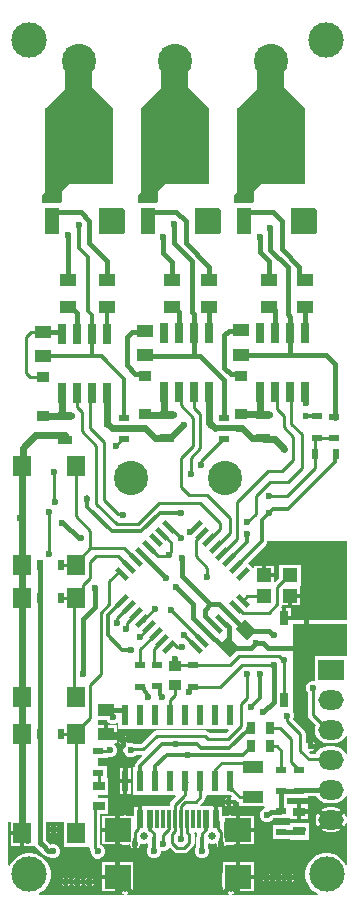
<source format=gtl>
G04*
G04 #@! TF.GenerationSoftware,Altium Limited,Altium Designer,21.3.2 (30)*
G04*
G04 Layer_Physical_Order=1*
G04 Layer_Color=255*
%FSTAX24Y24*%
%MOIN*%
G70*
G04*
G04 #@! TF.SameCoordinates,BF0EC633-498B-4F46-9C25-626D02BDF3A5*
G04*
G04*
G04 #@! TF.FilePolarity,Positive*
G04*
G01*
G75*
%ADD11C,0.0100*%
%ADD12C,0.0394*%
%ADD18C,0.0118*%
%ADD22R,0.0591X0.0709*%
%ADD23R,0.0354X0.0236*%
%ADD24R,0.0236X0.0354*%
%ADD25R,0.0709X0.0394*%
%ADD26R,0.0315X0.0472*%
%ADD27R,0.0315X0.0394*%
%ADD28R,0.0394X0.0354*%
%ADD29R,0.0394X0.0315*%
G04:AMPARAMS|DCode=30|XSize=51.2mil|YSize=15.7mil|CornerRadius=0mil|HoleSize=0mil|Usage=FLASHONLY|Rotation=135.000|XOffset=0mil|YOffset=0mil|HoleType=Round|Shape=Rectangle|*
%AMROTATEDRECTD30*
4,1,4,0.0237,-0.0125,0.0125,-0.0237,-0.0237,0.0125,-0.0125,0.0237,0.0237,-0.0125,0.0*
%
%ADD30ROTATEDRECTD30*%

%ADD31R,0.0551X0.0433*%
%ADD32R,0.0236X0.0701*%
%ADD33R,0.0492X0.0453*%
G04:AMPARAMS|DCode=34|XSize=51.2mil|YSize=15.7mil|CornerRadius=0mil|HoleSize=0mil|Usage=FLASHONLY|Rotation=225.000|XOffset=0mil|YOffset=0mil|HoleType=Round|Shape=Rectangle|*
%AMROTATEDRECTD34*
4,1,4,0.0125,0.0237,0.0237,0.0125,-0.0125,-0.0237,-0.0237,-0.0125,0.0125,0.0237,0.0*
%
%ADD34ROTATEDRECTD34*%

%ADD35R,0.0472X0.0300*%
%ADD36R,0.0550X0.0394*%
%ADD37R,0.0283X0.0701*%
%ADD38R,0.0118X0.0591*%
%ADD39R,0.0236X0.0591*%
%ADD40R,0.0858X0.0787*%
%ADD41R,0.0472X0.0866*%
%ADD42R,0.2283X0.2520*%
%ADD43R,0.0402X0.0346*%
G04:AMPARAMS|DCode=44|XSize=43.3mil|YSize=55.1mil|CornerRadius=0mil|HoleSize=0mil|Usage=FLASHONLY|Rotation=45.000|XOffset=0mil|YOffset=0mil|HoleType=Round|Shape=Rectangle|*
%AMROTATEDRECTD44*
4,1,4,0.0042,-0.0348,-0.0348,0.0042,-0.0042,0.0348,0.0348,-0.0042,0.0042,-0.0348,0.0*
%
%ADD44ROTATEDRECTD44*%

%ADD45C,0.0236*%
%ADD46C,0.0787*%
%ADD77C,0.0157*%
%ADD78C,0.0110*%
%ADD79C,0.0197*%
%ADD80C,0.0138*%
%ADD81C,0.0150*%
%ADD82C,0.0150*%
%ADD83C,0.1181*%
%ADD84O,0.0850X0.0650*%
%ADD85R,0.0850X0.0650*%
%ADD86C,0.1142*%
%ADD87C,0.0256*%
%ADD88O,0.0394X0.0787*%
%ADD89O,0.0413X0.0827*%
%ADD90C,0.0236*%
G36*
X047545Y02629D02*
X045686D01*
Y026309D01*
X04545D01*
Y026378D01*
X045381D01*
Y026693D01*
X045372D01*
X045345Y026743D01*
X045358Y026763D01*
X045366Y0268D01*
X045564D01*
Y027106D01*
X045633D01*
Y027174D01*
X045958D01*
Y027411D01*
X045984Y02745D01*
X045997D01*
Y028139D01*
X045269D01*
Y027692D01*
X045201Y027624D01*
X045196Y027621D01*
X045142Y027567D01*
X045092Y027587D01*
Y027726D01*
X044767D01*
Y027794D01*
X044698D01*
Y0281D01*
X044442D01*
Y028052D01*
X044396Y028033D01*
X044224Y028205D01*
X044828Y028809D01*
X044867Y028867D01*
X044881Y028936D01*
Y02895D01*
X047545D01*
X047545Y02629D01*
D02*
G37*
G36*
X039542Y022953D02*
X039609Y022887D01*
X039696Y022851D01*
X03979D01*
X039864Y022882D01*
X039914Y022859D01*
Y022682D01*
X040386D01*
Y022681D01*
X040414D01*
Y022682D01*
X040886D01*
Y022681D01*
X040914D01*
Y022682D01*
X041386D01*
Y022681D01*
X041414D01*
Y022682D01*
X041886D01*
Y022681D01*
X041914Y022681D01*
Y022682D01*
X042386D01*
Y022681D01*
X042414Y022681D01*
Y022682D01*
X042886D01*
Y022681D01*
X042914D01*
Y022682D01*
X043386D01*
Y022681D01*
X043414D01*
Y022682D01*
X04358D01*
X043599Y022635D01*
X04349Y022527D01*
X042963D01*
X042914Y022576D01*
X042856Y022615D01*
X042789Y022628D01*
X042789Y022628D01*
X041201D01*
X041134Y022615D01*
X041076Y022576D01*
X040671Y022171D01*
X040453D01*
X040367Y022206D01*
X040273D01*
X040233Y02219D01*
X040205Y022228D01*
X040204Y022232D01*
X040208Y022241D01*
X039932D01*
X039936Y022231D01*
X039981Y022186D01*
X040039Y022163D01*
X040101D01*
X040112Y022167D01*
X040141Y022125D01*
X04012Y022104D01*
X040084Y022017D01*
Y021923D01*
X04012Y021836D01*
X040186Y02177D01*
X040273Y021734D01*
X040367D01*
X040454Y02177D01*
X040502Y021817D01*
X040691D01*
X040712Y021767D01*
X040521Y021577D01*
X040482Y021518D01*
X040469Y021449D01*
Y021418D01*
X040414D01*
Y020482D01*
X040886D01*
Y020481D01*
X040914D01*
Y020482D01*
X041364D01*
X0414Y020482D01*
X041436Y020482D01*
X041816D01*
X041836Y020431D01*
X04168Y020276D01*
X041643Y02022D01*
X04163Y020154D01*
Y020097D01*
X040719D01*
Y020057D01*
X040709D01*
Y019683D01*
X040571D01*
Y020057D01*
X040443D01*
Y019776D01*
X040396Y019769D01*
Y019769D01*
X040254D01*
X040224Y019782D01*
X040149Y019791D01*
X040075Y019782D01*
X040045Y019769D01*
X039957D01*
Y019297D01*
Y018824D01*
X040045D01*
X040075Y018812D01*
X040149Y018802D01*
X040224Y018812D01*
X040254Y018824D01*
X040313D01*
Y018809D01*
X040336Y018751D01*
X040381Y018706D01*
X040391Y018702D01*
Y01884D01*
X040549D01*
Y018702D01*
X040559Y018706D01*
X040604Y018751D01*
X040627Y018809D01*
Y018835D01*
X040677Y018869D01*
X040713Y018854D01*
X040811D01*
X040859Y018874D01*
X040909Y01884D01*
Y018743D01*
X0409Y018734D01*
X040864Y018647D01*
Y018553D01*
X0409Y018466D01*
X040966Y0184D01*
X041053Y018364D01*
X041147D01*
X041234Y0184D01*
X0413Y018466D01*
X041336Y018553D01*
Y018603D01*
X041353Y018614D01*
X041447D01*
X041534Y01865D01*
X0416Y018716D01*
X041631Y018722D01*
X04176Y018593D01*
X041816Y018555D01*
X041881Y018542D01*
X042119D01*
X042184Y018555D01*
X04224Y018593D01*
X042407Y01876D01*
X042445Y018816D01*
X042458Y018881D01*
Y019147D01*
X042449Y019189D01*
X042478Y019236D01*
X042486Y019241D01*
X042487Y019241D01*
X042525Y019199D01*
X042523Y019194D01*
X042523Y019194D01*
Y019121D01*
X042509Y01905D01*
Y018743D01*
X0425Y018734D01*
X042464Y018647D01*
Y018553D01*
X0425Y018466D01*
X042566Y0184D01*
X042653Y018364D01*
X042747D01*
X042834Y0184D01*
X0429Y018466D01*
X042936Y018553D01*
Y018647D01*
X0429Y018734D01*
X042891Y018743D01*
Y01884D01*
X042941Y018874D01*
X042989Y018854D01*
X043087D01*
X043143Y018877D01*
X04319Y018843D01*
Y018809D01*
X043214Y018751D01*
X043259Y018706D01*
X043269Y018702D01*
Y01884D01*
X043427D01*
Y018702D01*
X043437Y018706D01*
X043481Y018751D01*
X043505Y018809D01*
X043555Y018821D01*
X043576Y018812D01*
X043651Y018802D01*
X043725Y018812D01*
X043755Y018824D01*
X043843D01*
Y019297D01*
Y019769D01*
X043755D01*
X043725Y019782D01*
X043651Y019791D01*
X043576Y019782D01*
X043546Y019769D01*
X043404D01*
Y019769D01*
X043357Y019776D01*
Y020057D01*
X043229D01*
Y019683D01*
X043091D01*
Y020057D01*
X043081D01*
Y020097D01*
X04266D01*
X042639Y020147D01*
X042771Y020279D01*
X042808Y020334D01*
X042821Y0204D01*
Y020446D01*
X042857Y020482D01*
X0429Y020482D01*
X042936Y020482D01*
X043364D01*
X043386Y020482D01*
Y020481D01*
X043414Y020482D01*
Y020482D01*
X043635D01*
X043637Y020481D01*
X043691Y020427D01*
X043679Y020408D01*
Y020319D01*
X043768D01*
X043787Y020331D01*
X043835Y020283D01*
X043835Y020283D01*
X043892Y020245D01*
X043928Y020238D01*
Y020093D01*
X044776D01*
X044816Y020045D01*
X044813Y020036D01*
X044726Y02D01*
X04466Y019934D01*
X044624Y019847D01*
Y019753D01*
X04466Y019666D01*
X044726Y0196D01*
X044813Y019564D01*
X044907D01*
X044994Y0196D01*
X04506Y019666D01*
X045078Y01971D01*
X045311D01*
X04533Y019714D01*
X045637Y019714D01*
X045674Y019684D01*
X045683Y019684D01*
X045881D01*
Y01992D01*
Y020156D01*
X045683Y020156D01*
X045645Y020186D01*
X045637Y020186D01*
X045551D01*
Y020364D01*
X045645D01*
Y020364D01*
X045655D01*
Y020364D01*
X046245D01*
Y020424D01*
X046515D01*
X046584Y020334D01*
X046677Y020263D01*
X046784Y020218D01*
X0469Y020203D01*
X0471D01*
X047216Y020218D01*
X047323Y020263D01*
X047416Y020334D01*
X047487Y020427D01*
X047495Y020446D01*
X047545Y020436D01*
Y019747D01*
X047495Y019743D01*
X047493Y019755D01*
X047453Y019854D01*
X047436Y019875D01*
X047211Y01965D01*
X047436Y019425D01*
X047453Y019446D01*
X047493Y019545D01*
X047495Y019557D01*
X047545Y019553D01*
X047545Y018146D01*
X047495Y018136D01*
X047484Y018164D01*
X047406Y01828D01*
X047307Y018378D01*
X047191Y018456D01*
X047062Y018509D01*
X046925Y018537D01*
X046786D01*
X046649Y018509D01*
X04652Y018456D01*
X046404Y018378D01*
X046305Y01828D01*
X046227Y018164D01*
X046174Y018035D01*
X046147Y017898D01*
Y017758D01*
X046174Y017621D01*
X046227Y017492D01*
X046305Y017376D01*
X046404Y017277D01*
X04652Y0172D01*
X046561Y017183D01*
X046551Y017133D01*
X043714D01*
X043711Y017183D01*
X043733Y017186D01*
X043793Y017211D01*
X043661Y017343D01*
X043528Y017211D01*
X043589Y017186D01*
X04361Y017183D01*
X043607Y017133D01*
X040193Y017133D01*
X04019Y017183D01*
X040211Y017186D01*
X040272Y017211D01*
X040139Y017343D01*
X040007Y017211D01*
X040067Y017186D01*
X040089Y017183D01*
X040086Y017133D01*
X037265D01*
X037255Y017183D01*
X037283Y017194D01*
X037399Y017272D01*
X037497Y017371D01*
X037575Y017487D01*
X037628Y017616D01*
X037656Y017753D01*
Y017892D01*
X037628Y018029D01*
X037575Y018158D01*
X037497Y018274D01*
X037399Y018373D01*
X037283Y01845D01*
X037154Y018504D01*
X037017Y018531D01*
X036877D01*
X03674Y018504D01*
X036611Y01845D01*
X036495Y018373D01*
X036396Y018274D01*
X036319Y018158D01*
X036302Y018117D01*
X036252Y018127D01*
X036252Y019579D01*
X036326D01*
Y019269D01*
X0367D01*
Y0192D01*
X036769D01*
Y018767D01*
X037074D01*
Y018769D01*
X037124Y018784D01*
X037153Y01874D01*
X037245Y018648D01*
X03725Y018645D01*
X037422Y018473D01*
X037487Y01843D01*
X037564Y018414D01*
X037582D01*
X037596Y0184D01*
X037683Y018364D01*
X037777D01*
X037864Y0184D01*
X03793Y018466D01*
X037966Y018553D01*
Y018647D01*
X03793Y018734D01*
X037864Y0188D01*
X037777Y018836D01*
X037683D01*
X037643Y01882D01*
X037531Y018932D01*
X037527Y018935D01*
X037496Y018965D01*
Y019579D01*
X038087D01*
Y018728D01*
X038913D01*
Y018728D01*
X038959Y018717D01*
X038972Y018651D01*
X038994Y018618D01*
Y018543D01*
X03903Y018456D01*
X039096Y01839D01*
X039183Y018354D01*
X039277D01*
X039364Y01839D01*
X03943Y018456D01*
X039466Y018543D01*
Y018637D01*
X03943Y018724D01*
X039379Y018775D01*
X0394Y018824D01*
X039819D01*
Y019228D01*
X03938D01*
Y018839D01*
X039342Y018809D01*
X039301Y018826D01*
Y019822D01*
X039574D01*
Y020373D01*
X039249D01*
Y020482D01*
X039574D01*
Y021033D01*
X039544D01*
Y021448D01*
X039249D01*
Y02169D01*
X039544D01*
Y021699D01*
X039586Y021727D01*
X039593Y021724D01*
X039687D01*
X039774Y02176D01*
X03984Y021826D01*
X039876Y021913D01*
Y022007D01*
X03984Y022094D01*
X039783Y022151D01*
X039794Y022194D01*
X039798Y022201D01*
X039854D01*
Y022427D01*
X0395D01*
Y022496D01*
X039431D01*
Y022792D01*
X039249D01*
Y022969D01*
X039536D01*
X039542Y022953D01*
D02*
G37*
G36*
X047545Y025142D02*
X047543Y025093D01*
X046457D01*
Y024285D01*
X046453Y024282D01*
X046359D01*
X046272Y024246D01*
X046206Y024179D01*
X04617Y024093D01*
Y023999D01*
X046206Y023912D01*
X046225Y023892D01*
Y023148D01*
X046225Y023148D01*
X046239Y023081D01*
X046277Y023023D01*
X046488Y022813D01*
X046468Y022766D01*
X046453Y02265D01*
X046468Y022534D01*
X046513Y022427D01*
X046584Y022334D01*
X046677Y022263D01*
X046784Y022218D01*
X0469Y022203D01*
X0471D01*
X047216Y022218D01*
X047323Y022263D01*
X047416Y022334D01*
X047487Y022427D01*
X047495Y022446D01*
X047545Y022436D01*
X047545Y021864D01*
X047495Y021854D01*
X047487Y021873D01*
X047416Y021966D01*
X047323Y022037D01*
X047216Y022082D01*
X0471Y022097D01*
X0469D01*
X046784Y022082D01*
X046677Y022037D01*
X046584Y021966D01*
X046513Y021873D01*
X046504Y021852D01*
X046327D01*
X046283Y021896D01*
X04629Y021916D01*
X046308Y021943D01*
X046361D01*
X046419Y021966D01*
X046463Y022011D01*
X046468Y022021D01*
X04633D01*
Y0221D01*
X046251D01*
Y022238D01*
X046241Y022234D01*
X046207Y022199D01*
X046159Y022213D01*
X046157Y022215D01*
Y0225D01*
X046157Y0225D01*
X046143Y022568D01*
X046105Y022625D01*
X046105Y022625D01*
X045751Y022979D01*
X045786Y023063D01*
Y023157D01*
X04575Y023244D01*
X045726Y023268D01*
Y023545D01*
X045732D01*
Y026166D01*
X047545D01*
X047545Y025142D01*
D02*
G37*
G36*
X039261Y040043D02*
X040057D01*
X040136Y039964D01*
Y039236D01*
X040077Y039177D01*
X039261Y039177D01*
Y040043D01*
D02*
G37*
G36*
X042461D02*
X043257D01*
X043336Y039964D01*
Y039236D01*
X043277Y039177D01*
X042461Y039177D01*
Y040043D01*
D02*
G37*
G36*
X045661D02*
X046457D01*
X046536Y039964D01*
Y039236D01*
X046477Y039177D01*
X045661Y039177D01*
Y040043D01*
D02*
G37*
G36*
X03873Y04495D02*
X03903Y04465D01*
Y04406D01*
X03974Y04335D01*
X037458D01*
X038129Y044021D01*
Y044627D01*
X038452Y04495D01*
X03873Y04495D01*
D02*
G37*
G36*
X045139Y04495D02*
X045439Y04465D01*
Y04406D01*
X046148Y04335D01*
X04577Y04297D01*
X04425D01*
X04387Y04335D01*
X043867D01*
X044538Y044021D01*
Y044627D01*
X044861Y04495D01*
X045139Y04495D01*
D02*
G37*
G36*
X041939D02*
X042239Y04465D01*
Y04406D01*
X042948Y04335D01*
X04251Y04291D01*
X04112D01*
X040673Y043357D01*
X041338Y044021D01*
Y044627D01*
X041661Y04495D01*
X041939Y04495D01*
D02*
G37*
G36*
X045Y041174D02*
X04444Y040613D01*
Y04027D01*
X04437Y0402D01*
X04381D01*
X04377Y04024D01*
Y04048D01*
X043858Y040568D01*
Y041525D01*
X044424Y042091D01*
X045D01*
Y041174D01*
D02*
G37*
G36*
X0418D02*
X04124Y040613D01*
Y04027D01*
X04117Y0402D01*
X04061D01*
X04057Y04024D01*
Y04048D01*
X040658Y040568D01*
Y041525D01*
X041224Y042091D01*
X0418D01*
Y041174D01*
D02*
G37*
G36*
X0386D02*
X03804Y040613D01*
Y04027D01*
X03797Y0402D01*
X03741D01*
X03737Y04024D01*
Y04048D01*
X037458Y040568D01*
Y041525D01*
X038024Y042091D01*
X0386D01*
Y041174D01*
D02*
G37*
%LPC*%
G36*
X045092Y0281D02*
X044836D01*
Y027863D01*
X045092D01*
Y0281D01*
D02*
G37*
G36*
X045958Y027037D02*
X045702D01*
Y0268D01*
X045958D01*
Y027037D01*
D02*
G37*
G36*
X045686Y026693D02*
X045519D01*
Y026447D01*
X045686D01*
Y026693D01*
D02*
G37*
G36*
X039854Y022792D02*
X039569D01*
Y022565D01*
X039854D01*
Y022792D01*
D02*
G37*
G36*
X040149Y022458D02*
Y022399D01*
X040208D01*
X040204Y022409D01*
X040159Y022454D01*
X040149Y022458D01*
D02*
G37*
G36*
X039991D02*
X039981Y022454D01*
X039936Y022409D01*
X039932Y022399D01*
X039991D01*
Y022458D01*
D02*
G37*
G36*
X040347Y021379D02*
X040219D01*
Y021019D01*
X040347D01*
Y021379D01*
D02*
G37*
G36*
X040081D02*
X039953D01*
Y021019D01*
X040081D01*
Y021379D01*
D02*
G37*
G36*
X040347Y020881D02*
X040219D01*
Y020521D01*
X040347D01*
Y020881D01*
D02*
G37*
G36*
X040081D02*
X039953D01*
Y020521D01*
X040081D01*
Y020881D01*
D02*
G37*
G36*
X043521Y020378D02*
X043511Y020374D01*
X043467Y020329D01*
X043462Y020319D01*
X043521D01*
Y020378D01*
D02*
G37*
G36*
X043738Y020161D02*
X043679D01*
Y020102D01*
X043689Y020106D01*
X043734Y020151D01*
X043738Y020161D01*
D02*
G37*
G36*
X043521D02*
X043462D01*
X043467Y020151D01*
X043511Y020106D01*
X043521Y020102D01*
Y020161D01*
D02*
G37*
G36*
X046019Y020156D02*
Y019989D01*
X046226D01*
Y020156D01*
X046019D01*
D02*
G37*
G36*
X046226Y019851D02*
X046019D01*
Y019684D01*
X046226D01*
Y019851D01*
D02*
G37*
G36*
X046068Y019539D02*
X046049Y019536D01*
X045635D01*
Y019471D01*
X045468D01*
X045448Y019475D01*
X045429Y019471D01*
X045055D01*
Y018999D01*
X045635D01*
Y018984D01*
X046265D01*
Y019319D01*
X046269Y019339D01*
X046265Y019358D01*
Y019536D01*
X046088D01*
X046068Y019539D01*
D02*
G37*
G36*
X046564Y019875D02*
X046547Y019854D01*
X046507Y019755D01*
X046493Y01965D01*
X046507Y019545D01*
X046547Y019446D01*
X046564Y019425D01*
X046789Y01965D01*
X046564Y019875D01*
D02*
G37*
G36*
X037839Y019468D02*
Y019409D01*
X037898D01*
X037894Y019419D01*
X037849Y019464D01*
X037839Y019468D01*
D02*
G37*
G36*
X037681D02*
X037671Y019464D01*
X037626Y019419D01*
X037622Y019409D01*
X037681D01*
Y019468D01*
D02*
G37*
G36*
X04442Y019769D02*
X043981D01*
Y019366D01*
X04442D01*
Y019769D01*
D02*
G37*
G36*
X039819D02*
X03938D01*
Y019366D01*
X039819D01*
Y019769D01*
D02*
G37*
G36*
X0471Y020057D02*
X0469D01*
X046795Y020043D01*
X046696Y020003D01*
X046675Y019986D01*
X046956Y019706D01*
X0469Y01965D01*
X046956Y019594D01*
X046675Y019314D01*
X046696Y019297D01*
X046795Y019257D01*
X0469Y019243D01*
X0471D01*
X047205Y019257D01*
X047304Y019297D01*
X047325Y019314D01*
X047044Y019594D01*
X0471Y01965D01*
X047044Y019706D01*
X047325Y019986D01*
X047304Y020003D01*
X047205Y020043D01*
X0471Y020057D01*
D02*
G37*
G36*
X037898Y019251D02*
X037839D01*
Y019192D01*
X037849Y019196D01*
X037894Y019241D01*
X037898Y019251D01*
D02*
G37*
G36*
X037681D02*
X037622D01*
X037626Y019241D01*
X037671Y019196D01*
X037681Y019192D01*
Y019251D01*
D02*
G37*
G36*
X04442Y019228D02*
X043981D01*
Y018824D01*
X04442D01*
Y019228D01*
D02*
G37*
G36*
X036631Y019131D02*
X036326D01*
Y018767D01*
X036631D01*
Y019131D01*
D02*
G37*
G36*
X04442Y018222D02*
X043981D01*
Y017818D01*
X04442D01*
Y018222D01*
D02*
G37*
G36*
X039819D02*
X03938D01*
Y017818D01*
X039819D01*
Y018222D01*
D02*
G37*
G36*
X045329Y017868D02*
Y017809D01*
X045388D01*
X045384Y017819D01*
X045339Y017864D01*
X045329Y017868D01*
D02*
G37*
G36*
X045171D02*
X045161Y017864D01*
X045117Y017819D01*
X045112Y017809D01*
X045171D01*
Y017868D01*
D02*
G37*
G36*
X044929D02*
Y017809D01*
X044988D01*
X044984Y017819D01*
X044939Y017864D01*
X044929Y017868D01*
D02*
G37*
G36*
X044771D02*
X044761Y017864D01*
X044717Y017819D01*
X044712Y017809D01*
X044771D01*
Y017868D01*
D02*
G37*
G36*
X045709Y017858D02*
Y017799D01*
X045768D01*
X045764Y017809D01*
X045719Y017854D01*
X045709Y017858D01*
D02*
G37*
G36*
X045551D02*
X045541Y017854D01*
X045497Y017809D01*
X045492Y017799D01*
X045551D01*
Y017858D01*
D02*
G37*
G36*
X038249Y01772D02*
Y017661D01*
X038308D01*
X038304Y017672D01*
X038259Y017716D01*
X038249Y01772D01*
D02*
G37*
G36*
X038091D02*
X038081Y017716D01*
X038036Y017672D01*
X038032Y017661D01*
X038091D01*
Y01772D01*
D02*
G37*
G36*
X039029Y01771D02*
Y017651D01*
X039088D01*
X039084Y017662D01*
X039039Y017706D01*
X039029Y01771D01*
D02*
G37*
G36*
X038871D02*
X038861Y017706D01*
X038816Y017662D01*
X038812Y017651D01*
X038871D01*
Y01771D01*
D02*
G37*
G36*
X038629D02*
Y017651D01*
X038688D01*
X038684Y017662D01*
X038639Y017706D01*
X038629Y01771D01*
D02*
G37*
G36*
X038471D02*
X038461Y017706D01*
X038416Y017662D01*
X038412Y017651D01*
X038471D01*
Y01771D01*
D02*
G37*
G36*
X045388Y017651D02*
X045329D01*
Y017592D01*
X045339Y017596D01*
X045384Y017641D01*
X045388Y017651D01*
D02*
G37*
G36*
X045171D02*
X045112D01*
X045117Y017641D01*
X045161Y017596D01*
X045171Y017592D01*
Y017651D01*
D02*
G37*
G36*
X044988D02*
X044929D01*
Y017592D01*
X044939Y017596D01*
X044984Y017641D01*
X044988Y017651D01*
D02*
G37*
G36*
X044771D02*
X044712D01*
X044717Y017641D01*
X044761Y017596D01*
X044771Y017592D01*
Y017651D01*
D02*
G37*
G36*
X045768Y017641D02*
X045709D01*
Y017582D01*
X045719Y017586D01*
X045764Y017631D01*
X045768Y017641D01*
D02*
G37*
G36*
X045551D02*
X045492D01*
X045497Y017631D01*
X045541Y017586D01*
X045551Y017582D01*
Y017641D01*
D02*
G37*
G36*
X038308Y017504D02*
X038249D01*
Y017445D01*
X038259Y017449D01*
X038304Y017493D01*
X038308Y017504D01*
D02*
G37*
G36*
X038091D02*
X038032D01*
X038036Y017493D01*
X038081Y017449D01*
X038091Y017445D01*
Y017504D01*
D02*
G37*
G36*
X039088Y017494D02*
X039029D01*
Y017435D01*
X039039Y017439D01*
X039084Y017483D01*
X039088Y017494D01*
D02*
G37*
G36*
X038871D02*
X038812D01*
X038816Y017483D01*
X038861Y017439D01*
X038871Y017435D01*
Y017494D01*
D02*
G37*
G36*
X038688D02*
X038629D01*
Y017435D01*
X038639Y017439D01*
X038684Y017483D01*
X038688Y017494D01*
D02*
G37*
G36*
X038471D02*
X038412D01*
X038416Y017483D01*
X038461Y017439D01*
X038471Y017435D01*
Y017494D01*
D02*
G37*
G36*
X043843Y018222D02*
X043404D01*
Y017948D01*
X043392Y01792D01*
X043383Y017848D01*
Y017454D01*
X043392Y017382D01*
X043404Y017354D01*
Y017309D01*
X043605Y01751D01*
X043661Y017454D01*
X043716Y01751D01*
X043843Y017383D01*
Y01775D01*
Y018222D01*
D02*
G37*
G36*
X040396D02*
X039957D01*
Y01775D01*
Y017383D01*
X040084Y01751D01*
X040139Y017454D01*
X040195Y01751D01*
X040396Y017309D01*
Y017354D01*
X040408Y017382D01*
X040417Y017454D01*
Y017848D01*
X040408Y01792D01*
X040396Y017948D01*
Y018222D01*
D02*
G37*
G36*
X04442Y017681D02*
X043981D01*
Y017277D01*
X04442D01*
Y017681D01*
D02*
G37*
G36*
X039819D02*
X03938D01*
Y017277D01*
X039819D01*
Y017681D01*
D02*
G37*
G36*
X046409Y022238D02*
Y022179D01*
X046468D01*
X046463Y022189D01*
X046419Y022234D01*
X046409Y022238D01*
D02*
G37*
%LPD*%
D11*
X039237Y020097D02*
X039259D01*
X03913Y018717D02*
Y01999D01*
X03923Y01859D02*
Y018617D01*
X03913Y01999D02*
X039237Y020097D01*
X03913Y018717D02*
X03923Y018617D01*
X0385Y0192D02*
Y0225D01*
X0385Y0225D02*
X0385Y0225D01*
X03839Y03134D02*
X0385Y03145D01*
Y02976D02*
Y03141D01*
X038981Y02869D02*
Y029279D01*
X0385Y02976D02*
X038981Y029279D01*
X03932Y026541D02*
X03961Y026831D01*
Y02759D02*
X039935Y027915D01*
X03961Y026831D02*
Y02759D01*
X040945Y019694D02*
X040955Y019683D01*
X04509Y0248D02*
X0451Y02479D01*
X04402Y0248D02*
X04509D01*
X043306Y024085D02*
X04402Y0248D01*
X0424Y024085D02*
X043306D01*
X038745Y027295D02*
Y027465D01*
X03897Y02769D02*
Y028238D01*
X038745Y027465D02*
X03897Y02769D01*
X0385Y02705D02*
X038745Y027295D01*
X03839Y02826D02*
X0385Y02815D01*
X03801D02*
X0385D01*
X03932Y024501D02*
Y026541D01*
X03897Y024151D02*
X03932Y024501D01*
X039935Y027915D02*
X039976D01*
X040046Y027845D01*
X0385Y0225D02*
Y022559D01*
X03897Y023029D01*
Y024151D01*
Y028238D02*
X039172Y02844D01*
X039896D02*
X040268Y028068D01*
X039172Y02844D02*
X039896D01*
X040092Y02869D02*
X040491Y028291D01*
X038981Y02869D02*
X040092D01*
X0385Y028209D02*
X038981Y02869D01*
X044054Y026955D02*
X044205Y027106D01*
X044767D01*
X044054Y026955D02*
X044054D01*
X0452Y027381D02*
X045219Y0274D01*
Y027402D02*
X045317Y0275D01*
X045219Y0274D02*
Y027402D01*
X0452Y026828D02*
Y027381D01*
X045319Y0275D02*
X045613Y027794D01*
X045317Y0275D02*
X045319D01*
X045613Y027794D02*
X045633D01*
X044921Y02655D02*
X0452Y026828D01*
X044054Y02655D02*
X044921D01*
X043872Y026732D02*
X044054Y02655D01*
X043832Y026732D02*
X043872D01*
X042195Y019238D02*
X042286Y019147D01*
Y018881D02*
Y019147D01*
X042195Y019238D02*
Y019683D01*
X041714Y018881D02*
Y019183D01*
X041881Y018714D02*
X042119D01*
X041714Y019183D02*
X041802Y019271D01*
X041714Y018881D02*
X041881Y018714D01*
X042119D02*
X042286Y018881D01*
X041998Y019002D02*
Y019683D01*
Y019002D02*
X042Y019D01*
X041802Y019271D02*
Y019683D01*
X0414Y01885D02*
Y01915D01*
X041605Y019355D02*
Y019683D01*
X0414Y01915D02*
X041605Y019355D01*
X04215Y0205D02*
Y0208D01*
X0421Y02045D02*
X04215Y0205D01*
X041802Y020154D02*
X042097Y02045D01*
X0421D01*
X041802Y019683D02*
Y020154D01*
X04265Y0204D02*
Y02095D01*
X04215Y02025D02*
X0425D01*
X04265Y0204D01*
Y02095D02*
X04265Y02095D01*
X041998Y019683D02*
Y020098D01*
X04215Y02025D01*
X04215Y02095D02*
X042195Y020905D01*
X043684Y020684D02*
X043692Y020692D01*
X04365Y02065D02*
X043684Y020684D01*
X04315Y02095D02*
Y021328D01*
X043361Y021539D01*
X044253D02*
X0444Y021392D01*
X043361Y021539D02*
X044253D01*
X0385Y0225D02*
X0385Y0225D01*
X03801Y0225D02*
X0385D01*
X0385Y02705D02*
X0385Y02705D01*
X03801Y02705D02*
X0385D01*
X038444Y023806D02*
Y026994D01*
X0385Y02705D01*
X038444Y023806D02*
X0385Y02375D01*
X03684Y03575D02*
X036994Y035904D01*
X03684Y03454D02*
Y03575D01*
X036994Y035904D02*
X03739D01*
X03684Y03454D02*
X03698Y0344D01*
X03739D01*
D12*
X0386Y0445D02*
Y04495D01*
D18*
X03888Y03008D02*
X039702Y029258D01*
X03888Y03008D02*
Y030403D01*
X04492Y02987D02*
X044952D01*
X045071Y029989D02*
X045579D01*
X0447Y02965D02*
X04492Y02987D01*
X0447Y028936D02*
Y02965D01*
X044952Y02987D02*
X045071Y029989D01*
X043832Y028068D02*
X0447Y028936D01*
X04005Y02531D02*
X04035D01*
X03957Y02579D02*
X04005Y02531D01*
X03957Y02579D02*
Y02646D01*
X04253Y02216D02*
X042654Y022036D01*
X043612D01*
X04136Y02216D02*
X04253D01*
X043612Y022036D02*
X04422Y022645D01*
X040649Y021449D02*
X04136Y02216D01*
X04222Y0218D02*
X044059D01*
X04152D02*
X04222D01*
X04115Y02143D02*
X04152Y0218D01*
X044059D02*
X04432Y022061D01*
X041318Y023814D02*
X04137Y023762D01*
X041318Y023814D02*
Y024041D01*
X04137Y02373D02*
Y023762D01*
X040877Y023773D02*
Y023849D01*
X040765Y023961D02*
X040877Y023849D01*
Y023773D02*
X0409Y02375D01*
X04422Y022645D02*
Y0227D01*
X040706Y024087D02*
X040765Y024028D01*
X040647Y024087D02*
X040706D01*
X040765Y023961D02*
Y024028D01*
X0412Y0241D02*
X041259D01*
X041318Y024041D01*
X040649Y020951D02*
Y021449D01*
Y020951D02*
X04065Y02095D01*
X04432Y022061D02*
Y0221D01*
X04115Y02095D02*
Y02143D01*
X04434Y02342D02*
X04463Y02371D01*
Y0245D01*
X039702Y029258D02*
X040668D01*
X040046Y026936D02*
Y026955D01*
X03957Y02646D02*
X040046Y026936D01*
X04616Y0331D02*
X046165Y033095D01*
X04655D01*
X04715Y03156D02*
Y03181D01*
X04718Y03184D01*
X045579Y029989D02*
X04715Y03156D01*
X040668Y029258D02*
X041288Y029878D01*
X041998D01*
X042Y02988D01*
X043609Y028291D02*
X044207Y028889D01*
Y029157D01*
X040955Y019683D02*
X040975Y019664D01*
Y019319D02*
Y019664D01*
X042825Y019319D02*
Y019664D01*
X042845Y019683D01*
X044043Y026966D02*
Y026993D01*
Y026966D02*
X044054Y026955D01*
X04115Y02095D02*
X04115Y02095D01*
D22*
X0367Y0192D02*
D03*
X0385D02*
D03*
X0367Y0225D02*
D03*
X0385Y0225D02*
D03*
X0367Y02815D02*
D03*
X0385D02*
D03*
X0367Y03145D02*
D03*
X0385D02*
D03*
X0385Y02705D02*
D03*
X0367Y02705D02*
D03*
X0385Y02375D02*
D03*
X0367D02*
D03*
D23*
X04655Y033095D02*
D03*
X04655Y03238D02*
D03*
X04535Y01995D02*
D03*
X04535Y019235D02*
D03*
X04535Y021315D02*
D03*
X04535Y0206D02*
D03*
X04595Y021315D02*
D03*
X04595Y0206D02*
D03*
X0401Y032335D02*
D03*
X0401Y03305D02*
D03*
X04345Y032335D02*
D03*
X04345Y03305D02*
D03*
X04711Y032365D02*
D03*
X04711Y03308D02*
D03*
X0424Y024085D02*
D03*
X0424Y0248D02*
D03*
X039249Y021927D02*
D03*
X039249Y021212D02*
D03*
X040647Y024087D02*
D03*
X040647Y024802D02*
D03*
X0412Y024815D02*
D03*
X0412Y0241D02*
D03*
D24*
X046465Y03184D02*
D03*
X04718Y03184D02*
D03*
X037295Y02815D02*
D03*
X03801Y02815D02*
D03*
X037295Y0225D02*
D03*
X03801Y0225D02*
D03*
X037295Y02705D02*
D03*
X03801Y02705D02*
D03*
D25*
X0444Y021392D02*
D03*
Y020408D02*
D03*
D26*
X04545Y026378D02*
D03*
Y023622D02*
D03*
D27*
X04432Y0227D02*
D03*
X04498D02*
D03*
X04432Y0221D02*
D03*
X04498D02*
D03*
D28*
X0418Y024135D02*
D03*
Y024765D02*
D03*
D29*
X04595Y01992D02*
D03*
Y01926D02*
D03*
X039259Y020757D02*
D03*
X039259Y020097D02*
D03*
D30*
X040268Y028068D02*
D03*
X040046Y027845D02*
D03*
X040491Y028291D02*
D03*
X040714Y028514D02*
D03*
X040936Y028736D02*
D03*
X041159Y028959D02*
D03*
X041382Y029182D02*
D03*
X041605Y029404D02*
D03*
X044054Y026955D02*
D03*
X043832Y026732D02*
D03*
X043609Y026509D02*
D03*
X043386Y026286D02*
D03*
X043164Y026064D02*
D03*
X042941Y025841D02*
D03*
X042718Y025618D02*
D03*
X042495Y025396D02*
D03*
D31*
X0395Y022496D02*
D03*
Y023304D02*
D03*
X03739Y035904D02*
D03*
Y035096D02*
D03*
X0408Y035954D02*
D03*
Y035146D02*
D03*
X044Y035957D02*
D03*
Y03515D02*
D03*
D32*
X04065Y02095D02*
D03*
X04115D02*
D03*
X04165D02*
D03*
X04315D02*
D03*
X04365Y02095D02*
D03*
X04015Y02315D02*
D03*
X04065D02*
D03*
X04115D02*
D03*
X04165D02*
D03*
X04215Y02315D02*
D03*
X04265Y02315D02*
D03*
X04315D02*
D03*
X04365D02*
D03*
X04015Y02095D02*
D03*
X04265D02*
D03*
X04215Y02095D02*
D03*
D33*
X045633Y027794D02*
D03*
X045633Y027106D02*
D03*
X044767D02*
D03*
X044767Y027794D02*
D03*
D34*
X041605Y025396D02*
D03*
X041382Y025618D02*
D03*
X041159Y025841D02*
D03*
X040936Y026064D02*
D03*
X040714Y026286D02*
D03*
X040491Y026509D02*
D03*
X040268Y026732D02*
D03*
X040046Y026955D02*
D03*
X042495Y029404D02*
D03*
X042718Y029182D02*
D03*
X042941Y028959D02*
D03*
X043164Y028736D02*
D03*
X043386Y028514D02*
D03*
X043609Y028291D02*
D03*
X043832Y028068D02*
D03*
X044054Y027845D02*
D03*
D35*
X03814Y0331D02*
D03*
Y03231D02*
D03*
X04155Y03236D02*
D03*
Y03315D02*
D03*
X04475Y03236D02*
D03*
Y03315D02*
D03*
D36*
X03825Y03765D02*
D03*
Y03675D02*
D03*
X03955Y03765D02*
D03*
Y03675D02*
D03*
X04295D02*
D03*
Y03765D02*
D03*
X04495Y03675D02*
D03*
Y03765D02*
D03*
X04615Y03675D02*
D03*
Y03765D02*
D03*
X0417Y03675D02*
D03*
Y03765D02*
D03*
D37*
X04145Y033912D02*
D03*
X04195D02*
D03*
X04245D02*
D03*
X04295D02*
D03*
X04295Y035888D02*
D03*
X04245Y035888D02*
D03*
X04195Y035888D02*
D03*
X04145Y035888D02*
D03*
X04465Y033912D02*
D03*
X04515D02*
D03*
X04565D02*
D03*
X04615D02*
D03*
Y035888D02*
D03*
X04565Y035888D02*
D03*
X04515Y035888D02*
D03*
X04465Y035888D02*
D03*
X03804Y033862D02*
D03*
X03854D02*
D03*
X03904D02*
D03*
X03954D02*
D03*
X03954Y035838D02*
D03*
X03904Y035838D02*
D03*
X03854Y035838D02*
D03*
X03804Y035838D02*
D03*
D38*
X042195Y019683D02*
D03*
X041211D02*
D03*
X042589D02*
D03*
X041408D02*
D03*
X042392D02*
D03*
X041605D02*
D03*
X041802Y019683D02*
D03*
X041998D02*
D03*
D39*
X04064Y019683D02*
D03*
X040955D02*
D03*
X042845D02*
D03*
X04316D02*
D03*
D40*
X039888Y019297D02*
D03*
X043912D02*
D03*
X039888Y01775D02*
D03*
X043912D02*
D03*
D41*
X037702Y03961D02*
D03*
X039498D02*
D03*
X040902D02*
D03*
X042698D02*
D03*
X044102D02*
D03*
X045898D02*
D03*
D42*
X0386Y042091D02*
D03*
X0418D02*
D03*
X045D02*
D03*
D43*
X03739Y033113D02*
D03*
Y0344D02*
D03*
X0408Y033156D02*
D03*
Y034444D02*
D03*
X044Y033163D02*
D03*
Y03445D02*
D03*
D44*
X043615Y025415D02*
D03*
X044185Y025985D02*
D03*
D45*
X03672Y03203D02*
X03715Y03246D01*
X03814D01*
X0367Y03145D02*
X03672Y03147D01*
Y03203D01*
X0367Y02375D02*
Y02705D01*
Y0192D02*
Y02375D01*
X0367Y0192D02*
X0367Y0192D01*
X0367Y019141D02*
X036877Y018964D01*
X0367Y019141D02*
Y0192D01*
X043022Y03281D02*
X043142Y03269D01*
X04299Y03281D02*
X043022D01*
X043854Y03269D02*
X04404D01*
X044353Y032377D02*
X044733D01*
X04478Y03233D01*
X04404Y03269D02*
X044353Y032377D01*
X04478Y03233D02*
X04513D01*
X04544Y03202D01*
X03663Y02972D02*
X0367Y02979D01*
Y02815D02*
Y02979D01*
Y03145D01*
Y02705D02*
Y02815D01*
X04112Y03236D02*
X04155D01*
X04079Y03269D02*
X04112Y03236D01*
X039711Y03269D02*
X04079D01*
X03954Y03284D02*
X039561D01*
X039711Y03269D01*
X04295Y032882D02*
Y033912D01*
X04299Y03281D02*
Y032842D01*
X04295Y032882D02*
X04299Y032842D01*
X041636Y03236D02*
X042079Y032802D01*
X04155Y03236D02*
X041636D01*
X03954Y033862D02*
X03954Y033862D01*
Y03284D02*
Y033862D01*
X044676Y033156D02*
X044682Y03315D01*
X04465Y033182D02*
X044676Y033156D01*
X044006D02*
X044676D01*
X04465Y033182D02*
Y033912D01*
X044682Y03315D02*
X04475D01*
X044Y033163D02*
X044006Y033156D01*
X041479Y033153D02*
X041482Y03315D01*
X04145Y033182D02*
X041479Y033153D01*
X040803D02*
X041479D01*
X04145Y033182D02*
Y033912D01*
X041482Y03315D02*
X04155D01*
X0408Y033156D02*
X040803Y033153D01*
X037396Y033106D02*
X038066D01*
X038072Y0331D01*
X03804Y033132D02*
X038066Y033106D01*
X03804Y033132D02*
Y033862D01*
X038072Y0331D02*
X03814D01*
X03739Y033113D02*
X037396Y033106D01*
D46*
X0386Y042091D02*
Y0445D01*
D77*
X045422Y019248D02*
X045448Y019274D01*
X045409Y019235D02*
X045422Y019248D01*
X04535Y019235D02*
X045409D01*
X045422Y019248D02*
X045938D01*
X045402D02*
X045422D01*
X04539Y01926D02*
X045402Y019248D01*
X045938D02*
X04595Y01926D01*
X038109Y029511D02*
X038555Y029065D01*
X038624Y02905D02*
Y029065D01*
X03803Y02955D02*
X038051D01*
X038091Y029511D01*
X038109D01*
X038555Y029065D02*
X038624D01*
X038741Y024509D02*
Y026344D01*
X03912Y026723D02*
Y027358D01*
X038741Y026344D02*
X03912Y026723D01*
X037295Y0225D02*
Y02815D01*
X045096Y024786D02*
X0451Y02479D01*
X045096Y023576D02*
Y024786D01*
X04475Y02323D02*
X045096Y023576D01*
X04475Y02554D02*
X044917Y025373D01*
X044489Y02554D02*
X04475D01*
X044917Y025373D02*
X045873D01*
X044489Y02554D02*
X04451D01*
X043573Y025456D02*
X043615Y025415D01*
X044321Y025373D02*
X044489Y02554D01*
X043656Y025373D02*
X044321D01*
X044227Y025944D02*
X044944D01*
X045078Y02581D01*
X045099D01*
X045975Y020625D02*
X046975D01*
X04595Y0206D02*
X045975Y020625D01*
X046975D02*
X047Y02065D01*
X044992Y019911D02*
X045311D01*
X04486Y0198D02*
X044881D01*
X045311Y019911D02*
X04535Y01995D01*
X044881Y0198D02*
X044992Y019911D01*
X037295Y018882D02*
Y0225D01*
Y018882D02*
X037387Y01879D01*
X037715Y018615D02*
X03773Y0186D01*
X037564Y018615D02*
X037715D01*
X037387Y01879D02*
X037389D01*
X037564Y018615D01*
X04535Y01995D02*
Y0206D01*
X04535Y0206D01*
X04595D01*
X038741Y024509D02*
X03875Y0245D01*
X039955Y021841D02*
X04015Y021645D01*
X039955Y02205D02*
X040055Y02215D01*
X039955Y021841D02*
Y02205D01*
X039586Y02241D02*
X039959D01*
X040049Y02232D02*
X04007D01*
X039959Y02241D02*
X040049Y02232D01*
X0395Y022496D02*
X039586Y02241D01*
X040055Y02215D02*
Y022284D01*
X04015Y02095D02*
Y021645D01*
X042975Y026825D02*
X043Y02685D01*
X0428Y02665D02*
X042975Y026825D01*
X044185Y025985D02*
X044227Y025944D01*
X04617Y02567D02*
Y02644D01*
X045873Y025373D02*
X04617Y02567D01*
X04544Y026368D02*
X04545Y026378D01*
X042415Y026367D02*
Y026833D01*
X041839Y027409D02*
X042415Y026833D01*
X041839Y027409D02*
Y027409D01*
X040714Y028514D02*
X04151Y027717D01*
Y02771D02*
Y027717D01*
X042415Y026367D02*
X042941Y025841D01*
X043326Y025456D02*
X043573D01*
X042941Y025841D02*
X043326Y025456D01*
X043386Y026286D02*
X043617Y026056D01*
X043573Y025651D02*
X043617Y025695D01*
X043386Y026286D02*
Y026286D01*
X043617Y025695D02*
Y026056D01*
X043573Y025456D02*
Y025651D01*
X04204Y02776D02*
Y02836D01*
Y02776D02*
X042975Y026825D01*
X04015Y023343D02*
Y0234D01*
Y023193D02*
Y023343D01*
X04595Y01926D02*
X045989D01*
X046068Y019339D01*
X043609Y026509D02*
X044135Y025983D01*
X043609Y026509D02*
Y026509D01*
X043268Y02685D02*
X043609Y026509D01*
X043609D01*
X043Y02685D02*
X043268D01*
X0428Y026427D02*
Y02665D01*
Y026427D02*
X043164Y026064D01*
X040111Y023304D02*
X04015Y023343D01*
X0395Y023304D02*
X040111D01*
X037295Y02815D02*
X037295Y02815D01*
X037295Y0225D02*
X037295Y0225D01*
D78*
X04209Y025806D02*
Y02581D01*
Y025806D02*
X042495Y0254D01*
Y025396D02*
Y0254D01*
X039265Y021943D02*
X039623D01*
X039249Y021927D02*
X039265Y021943D01*
X039623D02*
X03964Y02196D01*
X039249Y021212D02*
X039259Y021202D01*
Y020757D02*
Y021202D01*
X03761Y02852D02*
Y0299D01*
X0387Y0326D02*
X03918Y03212D01*
Y03018D02*
X03987Y02949D01*
X03918Y03018D02*
Y03212D01*
X03942Y03031D02*
X039905Y029825D01*
X038958Y032692D02*
X03942Y032231D01*
Y03031D02*
Y032231D01*
X04233Y03172D02*
X042644Y032034D01*
X04245Y03338D02*
X042644Y033186D01*
Y032034D02*
Y033186D01*
X041989Y033461D02*
X042408Y033042D01*
X042Y031713D02*
X042408Y03212D01*
Y033042D01*
X04555Y02293D02*
Y02311D01*
X04598Y02195D02*
Y0225D01*
X04555Y02293D02*
X04598Y0225D01*
X04555Y02311D02*
X04555Y02311D01*
X04598Y02195D02*
X046254Y021676D01*
X046974D01*
X047Y02165D01*
X04567Y021568D02*
Y02234D01*
X04531Y0227D02*
X04567Y02234D01*
X04488Y0227D02*
X04531D01*
X04567Y021568D02*
X045923Y021315D01*
X04595D01*
X04492Y03045D02*
X044925Y030455D01*
X045535D01*
X046462Y031382D01*
X04449Y03044D02*
X04497Y03092D01*
X04449Y02984D02*
Y03044D01*
X04497Y03092D02*
X04558D01*
X04421Y02956D02*
X04449Y02984D01*
X04388Y029007D02*
Y030236D01*
X044914Y03127D01*
X04537D01*
X045438Y023634D02*
X04545Y023622D01*
X045392Y024976D02*
X045426D01*
X043938Y02509D02*
X045278D01*
X045426Y024976D02*
X045438Y024964D01*
X045278Y02509D02*
X045392Y024976D01*
X045438Y023634D02*
Y024964D01*
X046406Y023957D02*
Y024046D01*
X046402Y023952D02*
X046406Y023957D01*
X046402Y023148D02*
Y023952D01*
X0469Y02265D02*
X047D01*
X046402Y023148D02*
X0469Y02265D01*
X042789Y022451D02*
X04289Y02235D01*
X041201Y022451D02*
X042789D01*
X04289Y02235D02*
X043563D01*
X040344Y021994D02*
X040744D01*
X041201Y022451D01*
X04032Y02197D02*
X040344Y021994D01*
X043563Y02235D02*
X043989Y022776D01*
X0424Y0248D02*
X043648D01*
X043938Y02509D01*
X039905Y029825D02*
X040055D01*
X04007Y02981D01*
X040235Y026732D02*
X040268D01*
X040064Y026561D02*
X040064D01*
X039886Y026216D02*
Y026384D01*
X040064Y026561D02*
X040235Y026732D01*
X039886Y026384D02*
X040064Y026561D01*
X03988Y02621D02*
X039886Y026216D01*
X040193Y026033D02*
Y026211D01*
X040491Y026509D01*
X04018Y02602D02*
X040193Y026033D01*
X037781Y030249D02*
X03779Y03024D01*
X037781Y030249D02*
Y031231D01*
X037772Y03124D02*
X037781Y031231D01*
X04316Y019683D02*
X043223Y01962D01*
Y019341D02*
Y01962D01*
Y019341D02*
X043339Y019225D01*
Y019D02*
Y019225D01*
X040461Y019D02*
Y019225D01*
X040577Y019341D01*
Y01962D01*
X04064Y019683D01*
X0469Y02465D02*
X047D01*
X043989Y022776D02*
Y023489D01*
X04421Y02371D01*
Y0245D01*
X041673Y02665D02*
X042705Y025618D01*
X042718D01*
X04166Y02665D02*
X041673D01*
X04574Y03164D02*
Y03242D01*
X04537Y03127D02*
X04574Y03164D01*
X04604Y03138D02*
Y03249D01*
X04558Y03092D02*
X04604Y03138D01*
X04568Y03285D02*
X04604Y03249D01*
X046462Y031382D02*
Y031778D01*
X043386Y028514D02*
X04388Y029007D01*
X046462Y031778D02*
X046465Y031781D01*
X03987Y02949D02*
X04057D01*
X04128Y0302D02*
X04265D01*
X04057Y02949D02*
X04128Y0302D01*
X04265D02*
X0433Y02955D01*
X04228Y03046D02*
X04286D01*
X042Y03074D02*
X04228Y03046D01*
X04286D02*
X04362Y0297D01*
X042Y03074D02*
Y031713D01*
X042314Y029223D02*
X042495Y029404D01*
X039259Y020757D02*
X039277Y020775D01*
X04288Y02775D02*
Y028048D01*
X04249Y028438D02*
X04288Y028048D01*
X04249Y028438D02*
Y028936D01*
X046465Y031781D02*
Y032317D01*
X046528Y03238D02*
X04655D01*
X046465Y032317D02*
X046528Y03238D01*
X046557Y032373D02*
X047103D01*
X04711Y032365D01*
X04655Y03238D02*
X046557Y032373D01*
X040725Y026286D02*
X041119Y02668D01*
X040714Y026286D02*
X040725D01*
X041119Y02668D02*
X04113D01*
X0433Y029326D02*
Y02955D01*
X04362Y029193D02*
Y0297D01*
X043164Y028736D02*
X04362Y029193D01*
X042718Y029164D02*
Y029182D01*
X04249Y028936D02*
X042718Y029164D01*
X041989Y02904D02*
X04201D01*
X041605Y029404D02*
X041625D01*
X041989Y02904D01*
X041232Y02844D02*
X041536D01*
X041566Y02847D02*
X0416D01*
X041536Y02844D02*
X041566Y02847D01*
X040936Y028736D02*
X041232Y02844D01*
X0416Y028504D02*
X041667Y028571D01*
Y028897D01*
X0416Y02847D02*
Y028504D01*
X041382Y029182D02*
Y029182D01*
Y029182D02*
X041667Y028897D01*
X04266Y031604D02*
X043391Y032335D01*
X04266Y03146D02*
Y031604D01*
X043391Y032335D02*
X04345D01*
X040041D02*
X0401D01*
X03982Y032114D02*
X040041Y032335D01*
X03982Y03211D02*
Y032114D01*
X040975Y019319D02*
X0411Y019194D01*
Y01905D02*
Y019194D01*
X0427Y01905D02*
Y019194D01*
X042825Y019319D01*
X04565Y033912D02*
X04568Y033882D01*
Y03285D02*
Y033882D01*
X04543Y03273D02*
X04574Y03242D01*
X04543Y03273D02*
Y033118D01*
X045217Y033331D02*
X04543Y033118D01*
X045217Y033331D02*
Y033845D01*
X04515Y033912D02*
X045217Y033845D01*
X04245Y03338D02*
Y033912D01*
X04233Y03117D02*
Y03172D01*
X04195Y033912D02*
X041989Y033872D01*
Y033461D02*
Y033872D01*
X043684Y020684D02*
X04396Y020408D01*
X04365Y020718D02*
X043684Y020684D01*
X04396Y020408D02*
X0444D01*
X04365Y020718D02*
Y02095D01*
X04488Y0221D02*
X0452D01*
X04535Y021315D02*
Y02195D01*
X0452Y0221D02*
X04535Y02195D01*
X041835Y0248D02*
X0424D01*
X0418Y024765D02*
X041835Y0248D01*
X04165Y02315D02*
Y02364D01*
X0418Y02379D01*
Y024135D01*
X040621Y02575D02*
X040935Y026064D01*
X040936D01*
X04062Y02575D02*
X040621D01*
X041996Y025414D02*
X04202Y02539D01*
X04187Y025414D02*
X041996D01*
X04173Y025521D02*
X041763D01*
X04187Y025414D01*
X041605Y025396D02*
X04173Y025521D01*
X042941Y028967D02*
X0433Y029326D01*
X041109Y024878D02*
Y025346D01*
X041382Y025618D01*
Y025618D01*
X041172Y024815D02*
X0412D01*
X041109Y024878D02*
X041172Y024815D01*
X040647Y024802D02*
Y025329D01*
X041159Y025841D01*
X042941Y028959D02*
Y028967D01*
X038958Y032692D02*
Y03378D01*
X03904Y033862D01*
X0387Y0326D02*
Y033237D01*
X03854Y033397D02*
Y033862D01*
Y033397D02*
X0387Y033237D01*
D79*
X043142Y03269D02*
X043854D01*
D80*
X040461Y018849D02*
X04047Y01884D01*
X040461Y018849D02*
Y019D01*
X043339Y018849D02*
X043348Y01884D01*
X043339Y018849D02*
Y019D01*
X0411Y0186D02*
Y01905D01*
X0427Y0186D02*
Y01905D01*
X03905Y0351D02*
Y035828D01*
X03739Y035096D02*
X03905D01*
X039046D02*
X03905Y0351D01*
Y035096D02*
X039354D01*
X03904Y035838D02*
X03905Y035828D01*
X03955Y0349D02*
X0401Y03435D01*
X039354Y035096D02*
X03955Y0349D01*
X0401Y0331D02*
Y03435D01*
X03904Y035838D02*
Y036465D01*
X0389Y036605D02*
Y0384D01*
Y036605D02*
X03904Y036465D01*
X0386Y0387D02*
X0389Y0384D01*
X0386Y0387D02*
Y039459D01*
X03954Y03674D02*
X03955Y03675D01*
X03954Y035838D02*
Y03674D01*
D81*
X04565Y03515D02*
X04682D01*
X04713Y033054D02*
Y03484D01*
X04682Y03515D02*
X04713Y03484D01*
X042632Y035118D02*
X043162Y034588D01*
X04245Y035118D02*
X042632D01*
X043162Y034583D02*
Y034588D01*
X04565Y03515D02*
Y035888D01*
X044Y03515D02*
X04565D01*
Y035888D02*
X04565Y035888D01*
X043162Y034583D02*
X04345Y034296D01*
Y03305D02*
Y034296D01*
X0408Y035146D02*
X040828Y035118D01*
X04245Y035175D02*
Y035888D01*
X040828Y035118D02*
X04245D01*
X04464Y038579D02*
Y039072D01*
X0402Y0348D02*
X040482Y034518D01*
X0402Y0348D02*
Y03575D01*
X040726Y034518D02*
X0408Y034444D01*
X040482Y034518D02*
X040726D01*
X04615Y035888D02*
Y03675D01*
X045028D02*
X04515Y036628D01*
Y035888D02*
Y036628D01*
X04495Y03675D02*
X045028D01*
X04295D02*
X04295Y03675D01*
Y035888D02*
Y03675D01*
X042363Y036563D02*
X04243Y036496D01*
X042363Y036563D02*
Y03826D01*
X04243Y035908D02*
Y036496D01*
X03854Y035838D02*
Y036538D01*
X038328Y03675D02*
X03854Y036538D01*
X03854Y035838D02*
X03854Y035838D01*
X041778Y03675D02*
X04195Y036578D01*
X0417Y03675D02*
X041778D01*
X04195Y035888D02*
Y036578D01*
X04195Y035888D02*
X04195Y035888D01*
X03825Y03675D02*
X038328D01*
X04464Y038579D02*
X04495Y038269D01*
Y03765D02*
Y038269D01*
X045559Y036495D02*
X04565Y036404D01*
Y035888D02*
Y036404D01*
X045559Y036495D02*
Y038067D01*
X04498Y038646D02*
X045559Y038067D01*
X04498Y038646D02*
Y03938D01*
X044102Y039744D02*
X044264Y039905D01*
X044102Y03961D02*
Y039744D01*
X044264Y039905D02*
X045067D01*
X04537Y039602D01*
Y038663D02*
Y039602D01*
Y038663D02*
X04595Y038083D01*
Y037772D02*
Y038083D01*
X046072Y03765D02*
X04615D01*
X04595Y037772D02*
X046072Y03765D01*
X041757Y038867D02*
Y039506D01*
Y038867D02*
X042363Y03826D01*
X04141Y038541D02*
X0417Y038251D01*
X04141Y038541D02*
Y03906D01*
X0417Y03765D02*
Y038251D01*
X04243Y035908D02*
X04245Y035888D01*
X040902Y039757D02*
X041064Y039918D01*
X040902Y03961D02*
Y039757D01*
X041064Y039918D02*
X041844D01*
X04216Y039602D01*
Y03887D02*
Y039602D01*
Y03887D02*
X04295Y03808D01*
Y03765D02*
Y03808D01*
X03825Y03765D02*
Y039145D01*
X037702Y03961D02*
Y039739D01*
X037864Y0399D01*
X038665D01*
X03895Y039615D01*
Y038864D02*
Y039615D01*
Y038864D02*
X03955Y038264D01*
Y03765D02*
Y038264D01*
X040355Y035905D02*
X040751D01*
X0408Y035954D01*
X0402Y03575D02*
X040355Y035905D01*
X03739Y035904D02*
X037974D01*
X03804Y035838D01*
D82*
X043946Y034504D02*
X044Y03445D01*
X043662Y034504D02*
X043946D01*
X04345Y034716D02*
X043662Y034504D01*
X04345Y034716D02*
Y0358D01*
X04398Y035938D02*
X044Y035957D01*
X04345Y0358D02*
X043588Y035938D01*
X04398D01*
D83*
X04685Y04565D02*
D03*
X046856Y017828D02*
D03*
X036947Y017822D02*
D03*
X036941Y045644D02*
D03*
D84*
X047Y02065D02*
D03*
Y02365D02*
D03*
Y02265D02*
D03*
Y02165D02*
D03*
Y01965D02*
D03*
D85*
Y02465D02*
D03*
D86*
X043473Y03105D02*
D03*
X040324D02*
D03*
X0386Y04495D02*
D03*
X0418D02*
D03*
X045D02*
D03*
D87*
X040762Y0191D02*
D03*
X043038D02*
D03*
D88*
X040139Y017651D02*
D03*
X043661D02*
D03*
D89*
X040149Y019297D02*
D03*
X043651D02*
D03*
D90*
X04209Y02581D02*
D03*
X03923Y01859D02*
D03*
X03776Y01933D02*
D03*
D03*
X03895Y017572D02*
D03*
X03855D02*
D03*
X03817Y017582D02*
D03*
X04563Y01772D02*
D03*
X04525Y01773D02*
D03*
X04485D02*
D03*
X0436Y02024D02*
D03*
X03866Y02905D02*
D03*
X03761Y0299D02*
D03*
X03803Y02955D02*
D03*
X03888Y03035D02*
D03*
X03779Y03024D02*
D03*
X04633Y0221D02*
D03*
X04492Y02987D02*
D03*
Y03045D02*
D03*
X04544Y03202D02*
D03*
X04555Y02311D02*
D03*
X045426Y024976D02*
D03*
X046406Y024046D02*
D03*
X04182Y02216D02*
D03*
X04222Y0218D02*
D03*
X039743Y023087D02*
D03*
X04137Y02373D02*
D03*
X0409Y02375D02*
D03*
X042268Y0239D02*
D03*
X04463Y0245D02*
D03*
X04451Y02554D02*
D03*
X045099Y02581D02*
D03*
X0451Y02479D02*
D03*
X04475Y02323D02*
D03*
X04486Y0198D02*
D03*
X03773Y0186D02*
D03*
X03671Y02426D02*
D03*
X03988Y02621D02*
D03*
X04018Y02602D02*
D03*
X039121Y02738D02*
D03*
X04035Y02531D02*
D03*
X04007Y02232D02*
D03*
X03663Y02972D02*
D03*
X04047Y01884D02*
D03*
X043348D02*
D03*
X04616Y0331D02*
D03*
X041839Y027409D02*
D03*
X04151Y02771D02*
D03*
X04299Y03281D02*
D03*
X04616Y03354D02*
D03*
X04209Y03282D02*
D03*
X03814Y03246D02*
D03*
X03954Y03284D02*
D03*
X04434Y02342D02*
D03*
X04421Y0245D02*
D03*
X04166Y02665D02*
D03*
X042Y02988D02*
D03*
X04421Y02956D02*
D03*
X042314Y029223D02*
D03*
X03964Y02196D02*
D03*
X04032Y02197D02*
D03*
X037772Y03124D02*
D03*
X04288Y02775D02*
D03*
X04007Y02981D02*
D03*
X04113Y02668D02*
D03*
X0411Y0186D02*
D03*
X0427D02*
D03*
X044207Y029157D02*
D03*
X04201Y02904D02*
D03*
X04204Y02836D02*
D03*
X0416Y02847D02*
D03*
X04266Y03146D02*
D03*
X03982Y032114D02*
D03*
X0414Y01885D02*
D03*
X042Y019D02*
D03*
X04233Y03117D02*
D03*
X04062Y02575D02*
D03*
X0418Y025D02*
D03*
X04202Y02539D02*
D03*
X044986Y03315D02*
D03*
X041786D02*
D03*
X038376Y0331D02*
D03*
X03761Y028493D02*
D03*
X03875Y0245D02*
D03*
X043791Y031368D02*
D03*
Y030732D02*
D03*
X043155D02*
D03*
Y031368D02*
D03*
X043473Y0315D02*
D03*
X043923Y03105D02*
D03*
X043473Y0306D02*
D03*
X043023Y03105D02*
D03*
X04464Y039072D02*
D03*
X04498Y03938D02*
D03*
X041757Y039506D02*
D03*
X04141Y03906D02*
D03*
X0386Y039459D02*
D03*
X03825Y039145D02*
D03*
X0377Y04034D02*
D03*
X0441D02*
D03*
X0409D02*
D03*
X0443D02*
D03*
X0439D02*
D03*
X0411D02*
D03*
X0375D02*
D03*
X0407D02*
D03*
X0379D02*
D03*
X04005Y0396D02*
D03*
X04325D02*
D03*
X04645D02*
D03*
Y03935D02*
D03*
Y03985D02*
D03*
X04325Y03935D02*
D03*
Y03985D02*
D03*
X04005D02*
D03*
Y03935D02*
D03*
X0386Y0454D02*
D03*
X03905Y04495D02*
D03*
X0386Y0445D02*
D03*
X03815Y04495D02*
D03*
X038282Y045268D02*
D03*
X038918D02*
D03*
Y044632D02*
D03*
X038282D02*
D03*
X0418Y0454D02*
D03*
X04225Y04495D02*
D03*
X0418Y0445D02*
D03*
X04135Y04495D02*
D03*
X041482Y045268D02*
D03*
X042118D02*
D03*
Y044632D02*
D03*
X041482D02*
D03*
X045Y0454D02*
D03*
X04545Y04495D02*
D03*
X045Y0445D02*
D03*
X04455Y04495D02*
D03*
X044682Y045268D02*
D03*
X045318D02*
D03*
Y044632D02*
D03*
X044682D02*
D03*
X039874Y03105D02*
D03*
X040324Y0306D02*
D03*
X040774Y03105D02*
D03*
X040324Y0315D02*
D03*
X040005Y031368D02*
D03*
Y030732D02*
D03*
X040642D02*
D03*
Y031368D02*
D03*
M02*

</source>
